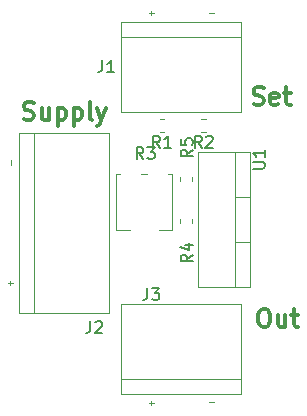
<source format=gbr>
%TF.GenerationSoftware,KiCad,Pcbnew,(5.1.6)-1*%
%TF.CreationDate,2021-01-22T14:39:17+01:00*%
%TF.ProjectId,LambdaBuffer,4c616d62-6461-4427-9566-6665722e6b69,rev?*%
%TF.SameCoordinates,Original*%
%TF.FileFunction,Legend,Top*%
%TF.FilePolarity,Positive*%
%FSLAX46Y46*%
G04 Gerber Fmt 4.6, Leading zero omitted, Abs format (unit mm)*
G04 Created by KiCad (PCBNEW (5.1.6)-1) date 2021-01-22 14:39:17*
%MOMM*%
%LPD*%
G01*
G04 APERTURE LIST*
%ADD10C,0.300000*%
%ADD11C,0.125000*%
%ADD12C,0.120000*%
%ADD13C,0.150000*%
G04 APERTURE END LIST*
D10*
X105537428Y-89253142D02*
X105751714Y-89324571D01*
X106108857Y-89324571D01*
X106251714Y-89253142D01*
X106323142Y-89181714D01*
X106394571Y-89038857D01*
X106394571Y-88896000D01*
X106323142Y-88753142D01*
X106251714Y-88681714D01*
X106108857Y-88610285D01*
X105823142Y-88538857D01*
X105680285Y-88467428D01*
X105608857Y-88396000D01*
X105537428Y-88253142D01*
X105537428Y-88110285D01*
X105608857Y-87967428D01*
X105680285Y-87896000D01*
X105823142Y-87824571D01*
X106180285Y-87824571D01*
X106394571Y-87896000D01*
X107680285Y-88324571D02*
X107680285Y-89324571D01*
X107037428Y-88324571D02*
X107037428Y-89110285D01*
X107108857Y-89253142D01*
X107251714Y-89324571D01*
X107466000Y-89324571D01*
X107608857Y-89253142D01*
X107680285Y-89181714D01*
X108394571Y-88324571D02*
X108394571Y-89824571D01*
X108394571Y-88396000D02*
X108537428Y-88324571D01*
X108823142Y-88324571D01*
X108966000Y-88396000D01*
X109037428Y-88467428D01*
X109108857Y-88610285D01*
X109108857Y-89038857D01*
X109037428Y-89181714D01*
X108966000Y-89253142D01*
X108823142Y-89324571D01*
X108537428Y-89324571D01*
X108394571Y-89253142D01*
X109751714Y-88324571D02*
X109751714Y-89824571D01*
X109751714Y-88396000D02*
X109894571Y-88324571D01*
X110180285Y-88324571D01*
X110323142Y-88396000D01*
X110394571Y-88467428D01*
X110466000Y-88610285D01*
X110466000Y-89038857D01*
X110394571Y-89181714D01*
X110323142Y-89253142D01*
X110180285Y-89324571D01*
X109894571Y-89324571D01*
X109751714Y-89253142D01*
X111323142Y-89324571D02*
X111180285Y-89253142D01*
X111108857Y-89110285D01*
X111108857Y-87824571D01*
X111751714Y-88324571D02*
X112108857Y-89324571D01*
X112466000Y-88324571D02*
X112108857Y-89324571D01*
X111966000Y-89681714D01*
X111894571Y-89753142D01*
X111751714Y-89824571D01*
D11*
X121602476Y-113248285D02*
X121221523Y-113248285D01*
X116141523Y-113319714D02*
X116522476Y-113319714D01*
X116332000Y-113510190D02*
X116332000Y-113129238D01*
D10*
X125750000Y-105350571D02*
X126035714Y-105350571D01*
X126178571Y-105422000D01*
X126321428Y-105564857D01*
X126392857Y-105850571D01*
X126392857Y-106350571D01*
X126321428Y-106636285D01*
X126178571Y-106779142D01*
X126035714Y-106850571D01*
X125750000Y-106850571D01*
X125607142Y-106779142D01*
X125464285Y-106636285D01*
X125392857Y-106350571D01*
X125392857Y-105850571D01*
X125464285Y-105564857D01*
X125607142Y-105422000D01*
X125750000Y-105350571D01*
X127678571Y-105850571D02*
X127678571Y-106850571D01*
X127035714Y-105850571D02*
X127035714Y-106636285D01*
X127107142Y-106779142D01*
X127250000Y-106850571D01*
X127464285Y-106850571D01*
X127607142Y-106779142D01*
X127678571Y-106707714D01*
X128178571Y-105850571D02*
X128750000Y-105850571D01*
X128392857Y-105350571D02*
X128392857Y-106636285D01*
X128464285Y-106779142D01*
X128607142Y-106850571D01*
X128750000Y-106850571D01*
D11*
X104429714Y-93154476D02*
X104429714Y-92773523D01*
X104203523Y-103159714D02*
X104584476Y-103159714D01*
X104394000Y-103350190D02*
X104394000Y-102969238D01*
X121221523Y-80299714D02*
X121602476Y-80299714D01*
X116141523Y-80299714D02*
X116522476Y-80299714D01*
X116332000Y-80490190D02*
X116332000Y-80109238D01*
D10*
X124992000Y-87983142D02*
X125206285Y-88054571D01*
X125563428Y-88054571D01*
X125706285Y-87983142D01*
X125777714Y-87911714D01*
X125849142Y-87768857D01*
X125849142Y-87626000D01*
X125777714Y-87483142D01*
X125706285Y-87411714D01*
X125563428Y-87340285D01*
X125277714Y-87268857D01*
X125134857Y-87197428D01*
X125063428Y-87126000D01*
X124992000Y-86983142D01*
X124992000Y-86840285D01*
X125063428Y-86697428D01*
X125134857Y-86626000D01*
X125277714Y-86554571D01*
X125634857Y-86554571D01*
X125849142Y-86626000D01*
X127063428Y-87983142D02*
X126920571Y-88054571D01*
X126634857Y-88054571D01*
X126492000Y-87983142D01*
X126420571Y-87840285D01*
X126420571Y-87268857D01*
X126492000Y-87126000D01*
X126634857Y-87054571D01*
X126920571Y-87054571D01*
X127063428Y-87126000D01*
X127134857Y-87268857D01*
X127134857Y-87411714D01*
X126420571Y-87554571D01*
X127563428Y-87054571D02*
X128134857Y-87054571D01*
X127777714Y-86554571D02*
X127777714Y-87840285D01*
X127849142Y-87983142D01*
X127992000Y-88054571D01*
X128134857Y-88054571D01*
D12*
%TO.C,U1*%
X124714000Y-99695000D02*
X123444000Y-99695000D01*
X124714000Y-95885000D02*
X123444000Y-95885000D01*
X123444000Y-92075000D02*
X123444000Y-103505000D01*
X120269000Y-92075000D02*
X124714000Y-92075000D01*
X120269000Y-103505000D02*
X124714000Y-103505000D01*
X120269000Y-92075000D02*
X120269000Y-103505000D01*
X124714000Y-102870000D02*
X124714000Y-103505000D01*
X124714000Y-92710000D02*
X124714000Y-92075000D01*
X124714000Y-92710000D02*
X124714000Y-102870000D01*
%TO.C,R3*%
X118110800Y-93889400D02*
X118110800Y-98629400D01*
X113370800Y-93889400D02*
X113370800Y-98629400D01*
X116980800Y-98629400D02*
X118110800Y-98629400D01*
X113370800Y-98629400D02*
X114500800Y-98629400D01*
X115481800Y-93889400D02*
X116000800Y-93889400D01*
X113370800Y-93889400D02*
X113701800Y-93889400D01*
X117780800Y-93889400D02*
X118110800Y-93889400D01*
%TO.C,R5*%
X119788400Y-94546267D02*
X119788400Y-94203733D01*
X118768400Y-94546267D02*
X118768400Y-94203733D01*
%TO.C,R4*%
X118768400Y-97694933D02*
X118768400Y-98037467D01*
X119788400Y-97694933D02*
X119788400Y-98037467D01*
%TO.C,R2*%
X120922867Y-89304400D02*
X120580333Y-89304400D01*
X120922867Y-90324400D02*
X120580333Y-90324400D01*
%TO.C,R1*%
X117378267Y-89304400D02*
X117035733Y-89304400D01*
X117378267Y-90324400D02*
X117035733Y-90324400D01*
%TO.C,J3*%
X113792000Y-112585500D02*
X123952000Y-112585500D01*
X113792000Y-104965500D02*
X113792000Y-112585500D01*
X123952000Y-104965500D02*
X113792000Y-104965500D01*
X123952000Y-112585500D02*
X123952000Y-104965500D01*
X123952000Y-111315500D02*
X113792000Y-111315500D01*
%TO.C,J2*%
X105156000Y-90424000D02*
X105156000Y-105664000D01*
X112776000Y-90424000D02*
X112776000Y-105664000D01*
X106426000Y-90424000D02*
X106426000Y-105664000D01*
X105156000Y-105664000D02*
X112776000Y-105664000D01*
X105156000Y-90424000D02*
X112776000Y-90424000D01*
%TO.C,J1*%
X123952000Y-81026000D02*
X113792000Y-81026000D01*
X123952000Y-88646000D02*
X123952000Y-81026000D01*
X113792000Y-88646000D02*
X123952000Y-88646000D01*
X113792000Y-81026000D02*
X113792000Y-88646000D01*
X113792000Y-82296000D02*
X123952000Y-82296000D01*
%TO.C,U1*%
D13*
X124928380Y-93471904D02*
X125737904Y-93471904D01*
X125833142Y-93424285D01*
X125880761Y-93376666D01*
X125928380Y-93281428D01*
X125928380Y-93090952D01*
X125880761Y-92995714D01*
X125833142Y-92948095D01*
X125737904Y-92900476D01*
X124928380Y-92900476D01*
X125928380Y-91900476D02*
X125928380Y-92471904D01*
X125928380Y-92186190D02*
X124928380Y-92186190D01*
X125071238Y-92281428D01*
X125166476Y-92376666D01*
X125214095Y-92471904D01*
%TO.C,R3*%
X115657333Y-92654380D02*
X115324000Y-92178190D01*
X115085904Y-92654380D02*
X115085904Y-91654380D01*
X115466857Y-91654380D01*
X115562095Y-91702000D01*
X115609714Y-91749619D01*
X115657333Y-91844857D01*
X115657333Y-91987714D01*
X115609714Y-92082952D01*
X115562095Y-92130571D01*
X115466857Y-92178190D01*
X115085904Y-92178190D01*
X115990666Y-91654380D02*
X116609714Y-91654380D01*
X116276380Y-92035333D01*
X116419238Y-92035333D01*
X116514476Y-92082952D01*
X116562095Y-92130571D01*
X116609714Y-92225809D01*
X116609714Y-92463904D01*
X116562095Y-92559142D01*
X116514476Y-92606761D01*
X116419238Y-92654380D01*
X116133523Y-92654380D01*
X116038285Y-92606761D01*
X115990666Y-92559142D01*
%TO.C,R5*%
X119832380Y-91860666D02*
X119356190Y-92194000D01*
X119832380Y-92432095D02*
X118832380Y-92432095D01*
X118832380Y-92051142D01*
X118880000Y-91955904D01*
X118927619Y-91908285D01*
X119022857Y-91860666D01*
X119165714Y-91860666D01*
X119260952Y-91908285D01*
X119308571Y-91955904D01*
X119356190Y-92051142D01*
X119356190Y-92432095D01*
X118832380Y-90955904D02*
X118832380Y-91432095D01*
X119308571Y-91479714D01*
X119260952Y-91432095D01*
X119213333Y-91336857D01*
X119213333Y-91098761D01*
X119260952Y-91003523D01*
X119308571Y-90955904D01*
X119403809Y-90908285D01*
X119641904Y-90908285D01*
X119737142Y-90955904D01*
X119784761Y-91003523D01*
X119832380Y-91098761D01*
X119832380Y-91336857D01*
X119784761Y-91432095D01*
X119737142Y-91479714D01*
%TO.C,R4*%
X119832380Y-100750666D02*
X119356190Y-101084000D01*
X119832380Y-101322095D02*
X118832380Y-101322095D01*
X118832380Y-100941142D01*
X118880000Y-100845904D01*
X118927619Y-100798285D01*
X119022857Y-100750666D01*
X119165714Y-100750666D01*
X119260952Y-100798285D01*
X119308571Y-100845904D01*
X119356190Y-100941142D01*
X119356190Y-101322095D01*
X119165714Y-99893523D02*
X119832380Y-99893523D01*
X118784761Y-100131619D02*
X119499047Y-100369714D01*
X119499047Y-99750666D01*
%TO.C,R2*%
X120584933Y-91696780D02*
X120251600Y-91220590D01*
X120013504Y-91696780D02*
X120013504Y-90696780D01*
X120394457Y-90696780D01*
X120489695Y-90744400D01*
X120537314Y-90792019D01*
X120584933Y-90887257D01*
X120584933Y-91030114D01*
X120537314Y-91125352D01*
X120489695Y-91172971D01*
X120394457Y-91220590D01*
X120013504Y-91220590D01*
X120965885Y-90792019D02*
X121013504Y-90744400D01*
X121108742Y-90696780D01*
X121346838Y-90696780D01*
X121442076Y-90744400D01*
X121489695Y-90792019D01*
X121537314Y-90887257D01*
X121537314Y-90982495D01*
X121489695Y-91125352D01*
X120918266Y-91696780D01*
X121537314Y-91696780D01*
%TO.C,R1*%
X117040333Y-91696780D02*
X116707000Y-91220590D01*
X116468904Y-91696780D02*
X116468904Y-90696780D01*
X116849857Y-90696780D01*
X116945095Y-90744400D01*
X116992714Y-90792019D01*
X117040333Y-90887257D01*
X117040333Y-91030114D01*
X116992714Y-91125352D01*
X116945095Y-91172971D01*
X116849857Y-91220590D01*
X116468904Y-91220590D01*
X117992714Y-91696780D02*
X117421285Y-91696780D01*
X117707000Y-91696780D02*
X117707000Y-90696780D01*
X117611761Y-90839638D01*
X117516523Y-90934876D01*
X117421285Y-90982495D01*
%TO.C,J3*%
X115998666Y-103592380D02*
X115998666Y-104306666D01*
X115951047Y-104449523D01*
X115855809Y-104544761D01*
X115712952Y-104592380D01*
X115617714Y-104592380D01*
X116379619Y-103592380D02*
X116998666Y-103592380D01*
X116665333Y-103973333D01*
X116808190Y-103973333D01*
X116903428Y-104020952D01*
X116951047Y-104068571D01*
X116998666Y-104163809D01*
X116998666Y-104401904D01*
X116951047Y-104497142D01*
X116903428Y-104544761D01*
X116808190Y-104592380D01*
X116522476Y-104592380D01*
X116427238Y-104544761D01*
X116379619Y-104497142D01*
%TO.C,J2*%
X111172666Y-106386380D02*
X111172666Y-107100666D01*
X111125047Y-107243523D01*
X111029809Y-107338761D01*
X110886952Y-107386380D01*
X110791714Y-107386380D01*
X111601238Y-106481619D02*
X111648857Y-106434000D01*
X111744095Y-106386380D01*
X111982190Y-106386380D01*
X112077428Y-106434000D01*
X112125047Y-106481619D01*
X112172666Y-106576857D01*
X112172666Y-106672095D01*
X112125047Y-106814952D01*
X111553619Y-107386380D01*
X112172666Y-107386380D01*
%TO.C,J1*%
X112188666Y-84288380D02*
X112188666Y-85002666D01*
X112141047Y-85145523D01*
X112045809Y-85240761D01*
X111902952Y-85288380D01*
X111807714Y-85288380D01*
X113188666Y-85288380D02*
X112617238Y-85288380D01*
X112902952Y-85288380D02*
X112902952Y-84288380D01*
X112807714Y-84431238D01*
X112712476Y-84526476D01*
X112617238Y-84574095D01*
%TD*%
M02*

</source>
